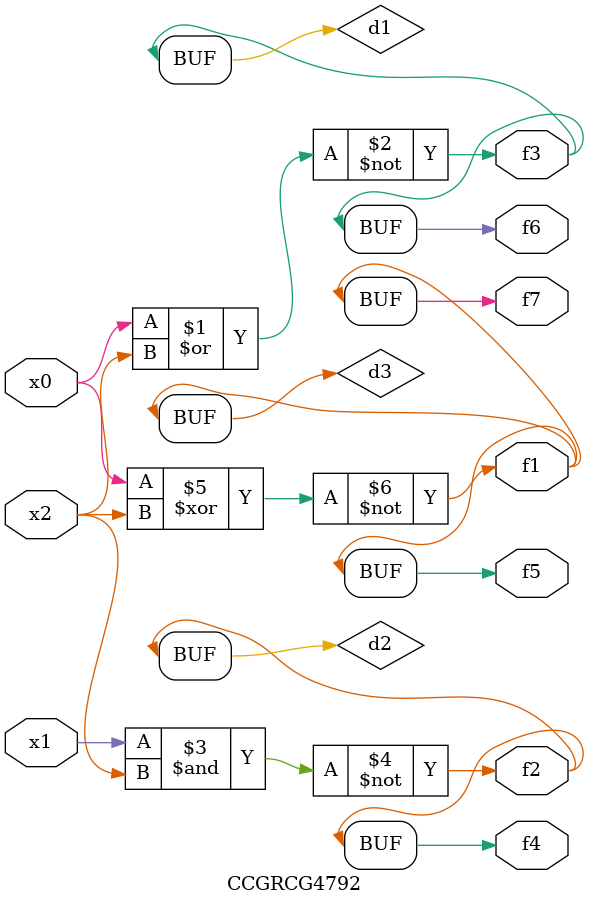
<source format=v>
module CCGRCG4792(
	input x0, x1, x2,
	output f1, f2, f3, f4, f5, f6, f7
);

	wire d1, d2, d3;

	nor (d1, x0, x2);
	nand (d2, x1, x2);
	xnor (d3, x0, x2);
	assign f1 = d3;
	assign f2 = d2;
	assign f3 = d1;
	assign f4 = d2;
	assign f5 = d3;
	assign f6 = d1;
	assign f7 = d3;
endmodule

</source>
